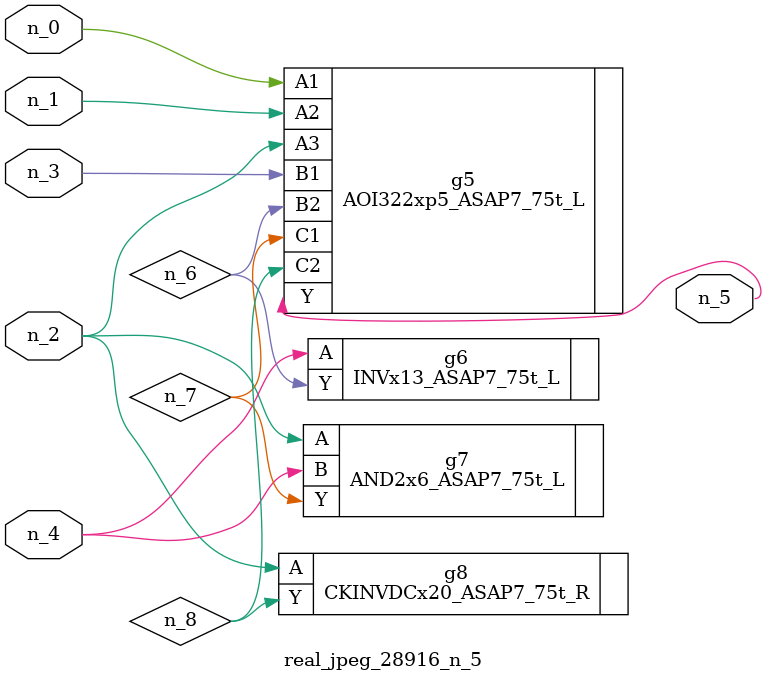
<source format=v>
module real_jpeg_28916_n_5 (n_4, n_0, n_1, n_2, n_3, n_5);

input n_4;
input n_0;
input n_1;
input n_2;
input n_3;

output n_5;

wire n_8;
wire n_6;
wire n_7;

AOI322xp5_ASAP7_75t_L g5 ( 
.A1(n_0),
.A2(n_1),
.A3(n_2),
.B1(n_3),
.B2(n_6),
.C1(n_7),
.C2(n_8),
.Y(n_5)
);

AND2x6_ASAP7_75t_L g7 ( 
.A(n_2),
.B(n_4),
.Y(n_7)
);

CKINVDCx20_ASAP7_75t_R g8 ( 
.A(n_2),
.Y(n_8)
);

INVx13_ASAP7_75t_L g6 ( 
.A(n_4),
.Y(n_6)
);


endmodule
</source>
